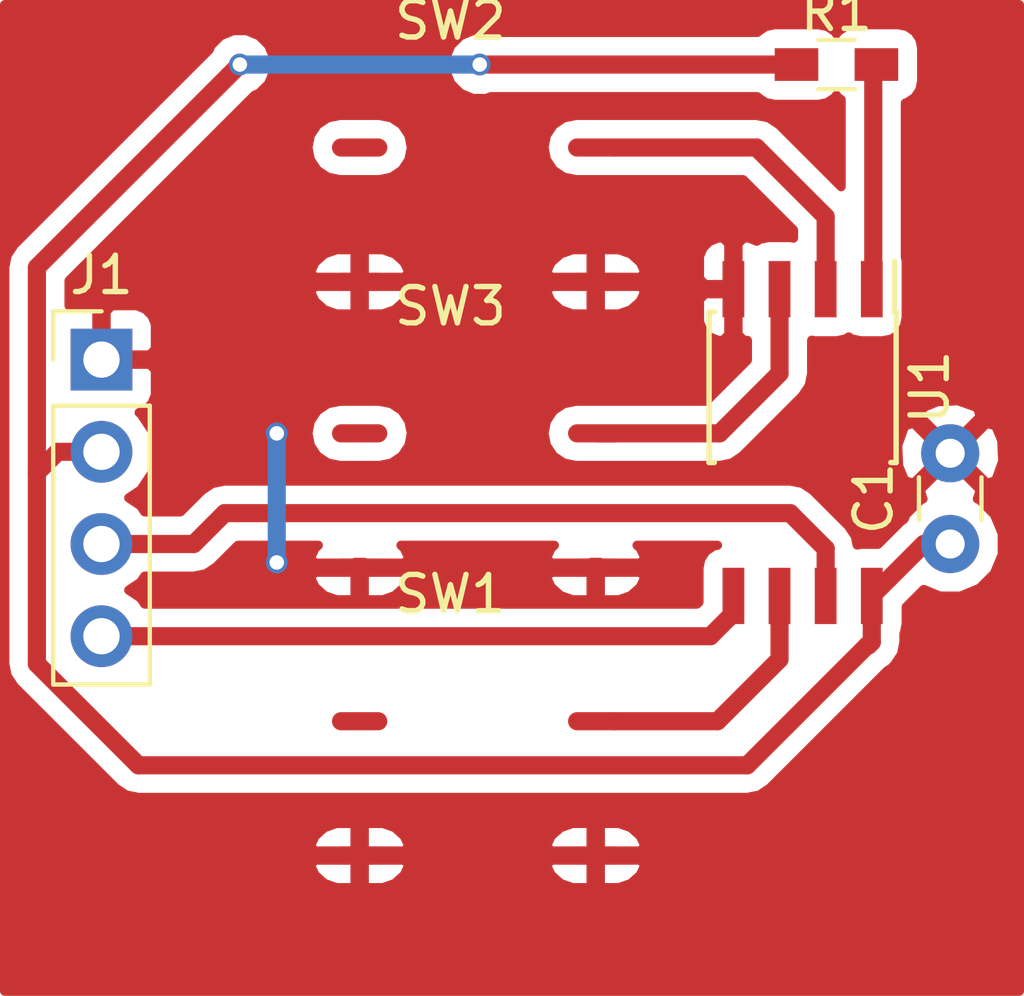
<source format=kicad_pcb>
(kicad_pcb (version 20170123) (host pcbnew "(2017-07-28 revision 75cda5021)-makepkg")

  (general
    (thickness 1.6)
    (drawings 7)
    (tracks 42)
    (zones 0)
    (modules 7)
    (nets 9)
  )

  (page A4)
  (title_block
    (title "Game Counter")
    (company "Mark van Renswoude")
  )

  (layers
    (0 F.Cu signal)
    (31 B.Cu signal)
    (32 B.Adhes user hide)
    (33 F.Adhes user hide)
    (34 B.Paste user hide)
    (35 F.Paste user hide)
    (36 B.SilkS user hide)
    (37 F.SilkS user hide)
    (38 B.Mask user hide)
    (39 F.Mask user hide)
    (40 Dwgs.User user hide)
    (41 Cmts.User user hide)
    (42 Eco1.User user hide)
    (43 Eco2.User user hide)
    (44 Edge.Cuts user hide)
    (45 Margin user hide)
    (46 B.CrtYd user hide)
    (47 F.CrtYd user hide)
    (48 B.Fab user hide)
    (49 F.Fab user hide)
  )

  (setup
    (last_trace_width 0.5)
    (trace_clearance 0)
    (zone_clearance 0.508)
    (zone_45_only no)
    (trace_min 0.2)
    (segment_width 0.2)
    (edge_width 0.2)
    (via_size 0.6)
    (via_drill 0.4)
    (via_min_size 0.4)
    (via_min_drill 0.3)
    (uvia_size 0.3)
    (uvia_drill 0.1)
    (uvias_allowed no)
    (uvia_min_size 0.2)
    (uvia_min_drill 0.1)
    (pcb_text_width 0.3)
    (pcb_text_size 1.5 1.5)
    (mod_edge_width 0.15)
    (mod_text_size 1 1)
    (mod_text_width 0.15)
    (pad_size 1.524 0.5)
    (pad_drill 0)
    (pad_to_mask_clearance 0.2)
    (aux_axis_origin 0 0)
    (visible_elements 7FFFFFFF)
    (pcbplotparams
      (layerselection 0x00080_7ffffffe)
      (usegerberextensions false)
      (excludeedgelayer true)
      (linewidth 0.100000)
      (plotframeref false)
      (viasonmask false)
      (mode 1)
      (useauxorigin false)
      (hpglpennumber 1)
      (hpglpenspeed 20)
      (hpglpendiameter 15)
      (psnegative false)
      (psa4output false)
      (plotreference true)
      (plotvalue true)
      (plotinvisibletext false)
      (padsonsilk false)
      (subtractmaskfromsilk false)
      (outputformat 4)
      (mirror false)
      (drillshape 1)
      (scaleselection 1)
      (outputdirectory ./export/))
  )

  (net 0 "")
  (net 1 GND)
  (net 2 +BATT)
  (net 3 "Net-(J1-Pad4)")
  (net 4 "Net-(J1-Pad3)")
  (net 5 "Net-(R1-Pad2)")
  (net 6 "Net-(SW1-Pad1)")
  (net 7 "Net-(SW2-Pad1)")
  (net 8 "Net-(SW3-Pad1)")

  (net_class Default "This is the default net class."
    (clearance 0)
    (trace_width 0.5)
    (via_dia 0.6)
    (via_drill 0.4)
    (uvia_dia 0.3)
    (uvia_drill 0.1)
    (add_net +BATT)
    (add_net GND)
    (add_net "Net-(J1-Pad3)")
    (add_net "Net-(J1-Pad4)")
    (add_net "Net-(R1-Pad2)")
    (add_net "Net-(SW1-Pad1)")
    (add_net "Net-(SW2-Pad1)")
    (add_net "Net-(SW3-Pad1)")
  )

  (module Resistors_SMD:R_0603_HandSoldering (layer F.Cu) (tedit 58E0A804) (tstamp 5980814D)
    (at 62.146 24.384)
    (descr "Resistor SMD 0603, hand soldering")
    (tags "resistor 0603")
    (path /597F3D75)
    (attr smd)
    (fp_text reference R1 (at 0 -1.45) (layer F.SilkS)
      (effects (font (size 1 1) (thickness 0.15)))
    )
    (fp_text value 10k (at 0 1.55) (layer F.Fab)
      (effects (font (size 1 1) (thickness 0.15)))
    )
    (fp_line (start 1.95 0.7) (end -1.96 0.7) (layer F.CrtYd) (width 0.05))
    (fp_line (start 1.95 0.7) (end 1.95 -0.7) (layer F.CrtYd) (width 0.05))
    (fp_line (start -1.96 -0.7) (end -1.96 0.7) (layer F.CrtYd) (width 0.05))
    (fp_line (start -1.96 -0.7) (end 1.95 -0.7) (layer F.CrtYd) (width 0.05))
    (fp_line (start -0.5 -0.68) (end 0.5 -0.68) (layer F.SilkS) (width 0.12))
    (fp_line (start 0.5 0.68) (end -0.5 0.68) (layer F.SilkS) (width 0.12))
    (fp_line (start -0.8 -0.4) (end 0.8 -0.4) (layer F.Fab) (width 0.1))
    (fp_line (start 0.8 -0.4) (end 0.8 0.4) (layer F.Fab) (width 0.1))
    (fp_line (start 0.8 0.4) (end -0.8 0.4) (layer F.Fab) (width 0.1))
    (fp_line (start -0.8 0.4) (end -0.8 -0.4) (layer F.Fab) (width 0.1))
    (fp_text user %R (at 0 0) (layer F.Fab)
      (effects (font (size 0.4 0.4) (thickness 0.075)))
    )
    (pad 2 smd rect (at 1.1 0) (size 1.2 0.9) (layers F.Cu F.Paste F.Mask)
      (net 5 "Net-(R1-Pad2)"))
    (pad 1 smd rect (at -1.1 0) (size 1.2 0.9) (layers F.Cu F.Paste F.Mask)
      (net 2 +BATT))
    (model ${KISYS3DMOD}/Resistors_SMD.3dshapes/R_0603.wrl
      (at (xyz 0 0 0))
      (scale (xyz 1 1 1))
      (rotate (xyz 0 0 0))
    )
  )

  (module Capacitors_ThroughHole:C_Disc_D3.0mm_W1.6mm_P2.50mm (layer F.Cu) (tedit 597BC7C2) (tstamp 59808124)
    (at 65.278 37.592 90)
    (descr "C, Disc series, Radial, pin pitch=2.50mm, , diameter*width=3.0*1.6mm^2, Capacitor, http://www.vishay.com/docs/45233/krseries.pdf")
    (tags "C Disc series Radial pin pitch 2.50mm  diameter 3.0mm width 1.6mm Capacitor")
    (path /597F4561)
    (fp_text reference C1 (at 1.25 -2.11 90) (layer F.SilkS)
      (effects (font (size 1 1) (thickness 0.15)))
    )
    (fp_text value C (at 1.25 2.11 90) (layer F.Fab)
      (effects (font (size 1 1) (thickness 0.15)))
    )
    (fp_text user %R (at 1.25 0 90) (layer F.Fab)
      (effects (font (size 1 1) (thickness 0.15)))
    )
    (fp_line (start 3.55 -1.15) (end -1.05 -1.15) (layer F.CrtYd) (width 0.05))
    (fp_line (start 3.55 1.15) (end 3.55 -1.15) (layer F.CrtYd) (width 0.05))
    (fp_line (start -1.05 1.15) (end 3.55 1.15) (layer F.CrtYd) (width 0.05))
    (fp_line (start -1.05 -1.15) (end -1.05 1.15) (layer F.CrtYd) (width 0.05))
    (fp_line (start 0.663 0.861) (end 1.837 0.861) (layer F.SilkS) (width 0.12))
    (fp_line (start 0.663 -0.861) (end 1.837 -0.861) (layer F.SilkS) (width 0.12))
    (fp_line (start 2.75 -0.8) (end -0.25 -0.8) (layer F.Fab) (width 0.1))
    (fp_line (start 2.75 0.8) (end 2.75 -0.8) (layer F.Fab) (width 0.1))
    (fp_line (start -0.25 0.8) (end 2.75 0.8) (layer F.Fab) (width 0.1))
    (fp_line (start -0.25 -0.8) (end -0.25 0.8) (layer F.Fab) (width 0.1))
    (pad 2 thru_hole circle (at 2.5 0 90) (size 1.6 1.6) (drill 0.8) (layers *.Cu *.Mask)
      (net 1 GND))
    (pad 1 thru_hole circle (at 0 0 90) (size 1.6 1.6) (drill 0.8) (layers *.Cu *.Mask)
      (net 2 +BATT))
    (model ${KISYS3DMOD}/Capacitors_THT.3dshapes/C_Disc_D3.0mm_W1.6mm_P2.50mm.wrl
      (at (xyz 0 0 0))
      (scale (xyz 1 1 1))
      (rotate (xyz 0 0 0))
    )
  )

  (module Pin_Headers:Pin_Header_Straight_1x04_Pitch2.54mm (layer F.Cu) (tedit 59650532) (tstamp 5980813C)
    (at 41.91 32.512)
    (descr "Through hole straight pin header, 1x04, 2.54mm pitch, single row")
    (tags "Through hole pin header THT 1x04 2.54mm single row")
    (path /597F2CA0)
    (fp_text reference J1 (at 0 -2.33) (layer F.SilkS)
      (effects (font (size 1 1) (thickness 0.15)))
    )
    (fp_text value "SSD1306 I2C" (at 0 9.95) (layer F.Fab)
      (effects (font (size 1 1) (thickness 0.15)))
    )
    (fp_text user %R (at 0 3.81 90) (layer F.Fab)
      (effects (font (size 1 1) (thickness 0.15)))
    )
    (fp_line (start 1.8 -1.8) (end -1.8 -1.8) (layer F.CrtYd) (width 0.05))
    (fp_line (start 1.8 9.4) (end 1.8 -1.8) (layer F.CrtYd) (width 0.05))
    (fp_line (start -1.8 9.4) (end 1.8 9.4) (layer F.CrtYd) (width 0.05))
    (fp_line (start -1.8 -1.8) (end -1.8 9.4) (layer F.CrtYd) (width 0.05))
    (fp_line (start -1.33 -1.33) (end 0 -1.33) (layer F.SilkS) (width 0.12))
    (fp_line (start -1.33 0) (end -1.33 -1.33) (layer F.SilkS) (width 0.12))
    (fp_line (start -1.33 1.27) (end 1.33 1.27) (layer F.SilkS) (width 0.12))
    (fp_line (start 1.33 1.27) (end 1.33 8.95) (layer F.SilkS) (width 0.12))
    (fp_line (start -1.33 1.27) (end -1.33 8.95) (layer F.SilkS) (width 0.12))
    (fp_line (start -1.33 8.95) (end 1.33 8.95) (layer F.SilkS) (width 0.12))
    (fp_line (start -1.27 -0.635) (end -0.635 -1.27) (layer F.Fab) (width 0.1))
    (fp_line (start -1.27 8.89) (end -1.27 -0.635) (layer F.Fab) (width 0.1))
    (fp_line (start 1.27 8.89) (end -1.27 8.89) (layer F.Fab) (width 0.1))
    (fp_line (start 1.27 -1.27) (end 1.27 8.89) (layer F.Fab) (width 0.1))
    (fp_line (start -0.635 -1.27) (end 1.27 -1.27) (layer F.Fab) (width 0.1))
    (pad 4 thru_hole oval (at 0 7.62) (size 1.7 1.7) (drill 1) (layers *.Cu *.Mask)
      (net 3 "Net-(J1-Pad4)"))
    (pad 3 thru_hole oval (at 0 5.08) (size 1.7 1.7) (drill 1) (layers *.Cu *.Mask)
      (net 4 "Net-(J1-Pad3)"))
    (pad 2 thru_hole oval (at 0 2.54) (size 1.7 1.7) (drill 1) (layers *.Cu *.Mask)
      (net 2 +BATT))
    (pad 1 thru_hole rect (at 0 0) (size 1.7 1.7) (drill 1) (layers *.Cu *.Mask)
      (net 1 GND))
    (model ${KISYS3DMOD}/Pin_Headers.3dshapes/Pin_Header_Straight_1x04_Pitch2.54mm.wrl
      (at (xyz 0 0 0))
      (scale (xyz 1 1 1))
      (rotate (xyz 0 0 0))
    )
  )

  (module ATTiny85_HandSoldering:SOIC-8_3.9x4.9mm_Pitch1.27mm (layer F.Cu) (tedit 597F6E61) (tstamp 59817D06)
    (at 61.214 33.272 270)
    (descr "8-Lead Plastic Small Outline (SN) - Narrow, 3.90 mm Body [SOIC] (see Microchip Packaging Specification 00000049BS.pdf)")
    (tags "SOIC 1.27")
    (path /597F285D)
    (attr smd)
    (fp_text reference U1 (at 0 -3.5 270) (layer F.SilkS)
      (effects (font (size 1 1) (thickness 0.15)))
    )
    (fp_text value ATTINY85-20SU (at 0 3.5 270) (layer F.Fab)
      (effects (font (size 1 1) (thickness 0.15)))
    )
    (fp_line (start -2.075 -2.525) (end -3.475 -2.525) (layer F.SilkS) (width 0.15))
    (fp_line (start -2.075 2.575) (end 2.075 2.575) (layer F.SilkS) (width 0.15))
    (fp_line (start -2.075 -2.575) (end 2.075 -2.575) (layer F.SilkS) (width 0.15))
    (fp_line (start -2.075 2.575) (end -2.075 2.43) (layer F.SilkS) (width 0.15))
    (fp_line (start 2.075 2.575) (end 2.075 2.43) (layer F.SilkS) (width 0.15))
    (fp_line (start 2.075 -2.575) (end 2.075 -2.43) (layer F.SilkS) (width 0.15))
    (fp_line (start -2.075 -2.575) (end -2.075 -2.525) (layer F.SilkS) (width 0.15))
    (fp_line (start -3.73 2.7) (end 3.73 2.7) (layer F.CrtYd) (width 0.05))
    (fp_line (start -3.73 -2.7) (end 3.73 -2.7) (layer F.CrtYd) (width 0.05))
    (fp_line (start 3.73 -2.7) (end 3.73 2.7) (layer F.CrtYd) (width 0.05))
    (fp_line (start -3.73 -2.7) (end -3.73 2.7) (layer F.CrtYd) (width 0.05))
    (fp_line (start -1.95 -1.45) (end -0.95 -2.45) (layer F.Fab) (width 0.1))
    (fp_line (start -1.95 2.45) (end -1.95 -1.45) (layer F.Fab) (width 0.1))
    (fp_line (start 1.95 2.45) (end -1.95 2.45) (layer F.Fab) (width 0.1))
    (fp_line (start 1.95 -2.45) (end 1.95 2.45) (layer F.Fab) (width 0.1))
    (fp_line (start -0.95 -2.45) (end 1.95 -2.45) (layer F.Fab) (width 0.1))
    (fp_text user %R (at 0 0 270) (layer F.Fab)
      (effects (font (size 1 1) (thickness 0.15)))
    )
    (pad 8 smd rect (at 5.75 -1.905 270) (size 1.55 0.6) (layers F.Cu F.Paste F.Mask)
      (net 2 +BATT))
    (pad 7 smd rect (at 5.75 -0.635 270) (size 1.55 0.6) (layers F.Cu F.Paste F.Mask)
      (net 4 "Net-(J1-Pad3)"))
    (pad 6 smd rect (at 5.75 0.635 270) (size 1.55 0.6) (layers F.Cu F.Paste F.Mask)
      (net 6 "Net-(SW1-Pad1)"))
    (pad 5 smd rect (at 5.75 1.905 270) (size 1.55 0.6) (layers F.Cu F.Paste F.Mask)
      (net 3 "Net-(J1-Pad4)"))
    (pad 4 smd rect (at -2.7 1.905 270) (size 1.55 0.6) (layers F.Cu F.Paste F.Mask)
      (net 1 GND))
    (pad 3 smd rect (at -2.7 0.635 270) (size 1.55 0.6) (layers F.Cu F.Paste F.Mask)
      (net 8 "Net-(SW3-Pad1)"))
    (pad 2 smd rect (at -2.7 -0.635 270) (size 1.55 0.6) (layers F.Cu F.Paste F.Mask)
      (net 7 "Net-(SW2-Pad1)"))
    (pad 1 smd rect (at -2.7 -1.905 270) (size 1.55 0.6) (layers F.Cu F.Paste F.Mask)
      (net 5 "Net-(R1-Pad2)"))
    (model ${KISYS3DMOD}/Housings_SOIC.3dshapes/SOIC-8_3.9x4.9mm_Pitch1.27mm.wrl
      (at (xyz 0 0 0))
      (scale (xyz 1 1 1))
      (rotate (xyz 0 0 0))
    )
  )

  (module Switch_SMD_5x5mm:Switch_SMD_5x5mm (layer F.Cu) (tedit 597F70C9) (tstamp 5981AF9A)
    (at 51.518 39.474 180)
    (path /597F567B)
    (fp_text reference SW1 (at 0 0.5 180) (layer F.SilkS)
      (effects (font (size 1 1) (thickness 0.15)))
    )
    (fp_text value SW_Push (at 0 -0.5 180) (layer F.Fab)
      (effects (font (size 1 1) (thickness 0.15)))
    )
    (pad 1 smd oval (at -4 -3 180) (size 1.524 0.5) (layers F.Cu F.Paste F.Mask)
      (net 6 "Net-(SW1-Pad1)"))
    (pad 1 smd oval (at 2.5 -3 180) (size 1.524 0.5) (layers F.Cu F.Paste F.Mask)
      (net 6 "Net-(SW1-Pad1)"))
    (pad 2 smd oval (at -4 -6.7 180) (size 1.524 0.5) (layers F.Cu F.Paste F.Mask)
      (net 1 GND))
    (pad 2 smd oval (at 2.5 -6.7 180) (size 1.524 0.5) (layers F.Cu F.Paste F.Mask)
      (net 1 GND))
  )

  (module Switch_SMD_5x5mm:Switch_SMD_5x5mm (layer F.Cu) (tedit 597F70C9) (tstamp 5981AFA2)
    (at 51.518 23.67 180)
    (path /597F574D)
    (fp_text reference SW2 (at 0 0.5 180) (layer F.SilkS)
      (effects (font (size 1 1) (thickness 0.15)))
    )
    (fp_text value SW_Push (at 0 -0.5 180) (layer F.Fab)
      (effects (font (size 1 1) (thickness 0.15)))
    )
    (pad 2 smd oval (at 2.5 -6.7 180) (size 1.524 0.5) (layers F.Cu F.Paste F.Mask)
      (net 1 GND))
    (pad 2 smd oval (at -4 -6.7 180) (size 1.524 0.5) (layers F.Cu F.Paste F.Mask)
      (net 1 GND))
    (pad 1 smd oval (at 2.5 -3 180) (size 1.524 0.5) (layers F.Cu F.Paste F.Mask)
      (net 7 "Net-(SW2-Pad1)"))
    (pad 1 smd oval (at -4 -3 180) (size 1.524 0.5) (layers F.Cu F.Paste F.Mask)
      (net 7 "Net-(SW2-Pad1)"))
  )

  (module Switch_SMD_5x5mm:Switch_SMD_5x5mm (layer F.Cu) (tedit 597F70C9) (tstamp 5981AFAA)
    (at 51.518 31.544 180)
    (path /597F5781)
    (fp_text reference SW3 (at 0 0.5 180) (layer F.SilkS)
      (effects (font (size 1 1) (thickness 0.15)))
    )
    (fp_text value SW_Push (at 0 -0.5 180) (layer F.Fab)
      (effects (font (size 1 1) (thickness 0.15)))
    )
    (pad 1 smd oval (at -4 -3 180) (size 1.524 0.5) (layers F.Cu F.Paste F.Mask)
      (net 8 "Net-(SW3-Pad1)"))
    (pad 1 smd oval (at 2.5 -3 180) (size 1.524 0.5) (layers F.Cu F.Paste F.Mask)
      (net 8 "Net-(SW3-Pad1)"))
    (pad 2 smd oval (at -4 -6.7 180) (size 1.524 0.5) (layers F.Cu F.Paste F.Mask)
      (net 1 GND))
    (pad 2 smd oval (at 2.5 -6.7 180) (size 1.524 0.5) (layers F.Cu F.Paste F.Mask)
      (net 1 GND))
  )

  (gr_line (start 39.116 36.322) (end 66.548 36.322) (layer Eco1.User) (width 0.2))
  (gr_line (start 39.116 22.606) (end 66.548 50.038) (layer Eco1.User) (width 0.2))
  (gr_line (start 39.116 50.038) (end 66.548 22.606) (layer Eco1.User) (width 0.2))
  (gr_line (start 39.116 50.038) (end 39.116 22.606) (layer Dwgs.User) (width 0.2))
  (gr_line (start 66.548 50.038) (end 39.116 50.038) (layer Dwgs.User) (width 0.2))
  (gr_line (start 66.548 22.606) (end 66.548 50.038) (layer Dwgs.User) (width 0.2))
  (gr_line (start 39.116 22.606) (end 66.548 22.606) (layer Dwgs.User) (width 0.2))

  (segment (start 46.736 34.544) (end 46.736 38.1) (width 0.5) (layer B.Cu) (net 1))
  (via (at 46.736 34.544) (size 0.6) (drill 0.4) (layers F.Cu B.Cu) (net 1))
  (via (at 46.736 38.1) (size 0.6) (drill 0.4) (layers F.Cu B.Cu) (net 1))
  (segment (start 45.420001 24.683999) (end 45.72 24.384) (width 0.5) (layer F.Cu) (net 2))
  (segment (start 40.132 29.972) (end 45.420001 24.683999) (width 0.5) (layer F.Cu) (net 2))
  (segment (start 40.132 35.627919) (end 40.132 29.972) (width 0.5) (layer F.Cu) (net 2))
  (segment (start 52.324 24.384) (end 45.72 24.384) (width 0.5) (layer B.Cu) (net 2))
  (via (at 45.72 24.384) (size 0.6) (drill 0.4) (layers F.Cu B.Cu) (net 2))
  (segment (start 52.324 24.384) (end 60.96 24.384) (width 0.5) (layer F.Cu) (net 2))
  (via (at 52.324 24.384) (size 0.6) (drill 0.4) (layers F.Cu B.Cu) (net 2))
  (segment (start 41.91 35.052) (end 40.707919 35.052) (width 0.5) (layer F.Cu) (net 2))
  (segment (start 40.707919 35.052) (end 40.132 35.627919) (width 0.5) (layer F.Cu) (net 2))
  (segment (start 62.992 40.386) (end 63.03 40.386) (width 0.5) (layer F.Cu) (net 2))
  (segment (start 40.132 35.627919) (end 40.132 40.894) (width 0.5) (layer F.Cu) (net 2))
  (segment (start 40.132 40.894) (end 42.926 43.688) (width 0.5) (layer F.Cu) (net 2))
  (segment (start 42.926 43.688) (end 59.69 43.688) (width 0.5) (layer F.Cu) (net 2))
  (segment (start 63.119 40.297) (end 63.119 39.022) (width 0.5) (layer F.Cu) (net 2))
  (segment (start 59.69 43.688) (end 62.992 40.386) (width 0.5) (layer F.Cu) (net 2))
  (segment (start 63.03 40.386) (end 63.119 40.297) (width 0.5) (layer F.Cu) (net 2))
  (segment (start 65.278 37.592) (end 64.549 37.592) (width 0.5) (layer F.Cu) (net 2))
  (segment (start 64.549 37.592) (end 63.119 39.022) (width 0.5) (layer F.Cu) (net 2))
  (segment (start 58.674 40.132) (end 41.91 40.132) (width 0.5) (layer F.Cu) (net 3))
  (segment (start 59.309 39.022) (end 59.309 39.497) (width 0.5) (layer F.Cu) (net 3))
  (segment (start 59.309 39.497) (end 58.674 40.132) (width 0.5) (layer F.Cu) (net 3))
  (segment (start 61.849 39.022) (end 61.849 37.719) (width 0.5) (layer F.Cu) (net 4))
  (segment (start 61.849 37.719) (end 60.872001 36.742001) (width 0.5) (layer F.Cu) (net 4))
  (segment (start 60.872001 36.742001) (end 45.299999 36.742001) (width 0.5) (layer F.Cu) (net 4))
  (segment (start 45.299999 36.742001) (end 44.45 37.592) (width 0.5) (layer F.Cu) (net 4))
  (segment (start 44.45 37.592) (end 41.91 37.592) (width 0.5) (layer F.Cu) (net 4))
  (segment (start 63.246 24.384) (end 63.16 24.47) (width 0.5) (layer F.Cu) (net 5))
  (segment (start 63.16 24.47) (end 63.16 30.531) (width 0.5) (layer F.Cu) (net 5))
  (segment (start 63.16 30.531) (end 63.119 30.572) (width 0.5) (layer F.Cu) (net 5))
  (segment (start 58.872 42.474) (end 60.579 40.767) (width 0.5) (layer F.Cu) (net 6))
  (segment (start 60.579 40.767) (end 60.579 39.022) (width 0.5) (layer F.Cu) (net 6))
  (segment (start 56.03 42.474) (end 58.872 42.474) (width 0.5) (layer F.Cu) (net 6))
  (segment (start 59.944 26.67) (end 61.849 28.575) (width 0.5) (layer F.Cu) (net 7))
  (segment (start 61.849 28.575) (end 61.849 30.572) (width 0.5) (layer F.Cu) (net 7))
  (segment (start 56.03 26.67) (end 59.944 26.67) (width 0.5) (layer F.Cu) (net 7))
  (segment (start 60.579 32.893) (end 58.928 34.544) (width 0.5) (layer F.Cu) (net 8))
  (segment (start 58.928 34.544) (end 56.03 34.544) (width 0.5) (layer F.Cu) (net 8))
  (segment (start 60.579 30.572) (end 60.579 32.893) (width 0.5) (layer F.Cu) (net 8))
  (segment (start 56.03 34.544) (end 55.518 34.544) (width 0.5) (layer F.Cu) (net 8))

  (zone (net 1) (net_name GND) (layer F.Cu) (tstamp 0) (hatch edge 0.508)
    (connect_pads (clearance 0.508))
    (min_thickness 0.254)
    (fill yes (arc_segments 16) (thermal_gap 0.508) (thermal_bridge_width 0.508))
    (polygon
      (pts
        (xy 39.116 22.606) (xy 67.31 22.606) (xy 67.31 50.038) (xy 39.116 50.038)
      )
    )
    (filled_polygon
      (pts
        (xy 67.183 49.911) (xy 39.243 49.911) (xy 39.243 46.434518) (xy 47.660213 46.434518) (xy 47.790407 46.709987)
        (xy 48.049992 46.943033) (xy 48.379 47.059) (xy 48.891 47.059) (xy 48.891 46.299) (xy 49.145 46.299)
        (xy 49.145 47.059) (xy 49.657 47.059) (xy 49.986008 46.943033) (xy 50.245593 46.709987) (xy 50.375787 46.434518)
        (xy 54.160213 46.434518) (xy 54.290407 46.709987) (xy 54.549992 46.943033) (xy 54.879 47.059) (xy 55.391 47.059)
        (xy 55.391 46.299) (xy 55.645 46.299) (xy 55.645 47.059) (xy 56.157 47.059) (xy 56.486008 46.943033)
        (xy 56.745593 46.709987) (xy 56.875787 46.434518) (xy 56.745412 46.299) (xy 55.645 46.299) (xy 55.391 46.299)
        (xy 54.290588 46.299) (xy 54.160213 46.434518) (xy 50.375787 46.434518) (xy 50.245412 46.299) (xy 49.145 46.299)
        (xy 48.891 46.299) (xy 47.790588 46.299) (xy 47.660213 46.434518) (xy 39.243 46.434518) (xy 39.243 45.913482)
        (xy 47.660213 45.913482) (xy 47.790588 46.049) (xy 48.891 46.049) (xy 48.891 45.289) (xy 49.145 45.289)
        (xy 49.145 46.049) (xy 50.245412 46.049) (xy 50.375787 45.913482) (xy 54.160213 45.913482) (xy 54.290588 46.049)
        (xy 55.391 46.049) (xy 55.391 45.289) (xy 55.645 45.289) (xy 55.645 46.049) (xy 56.745412 46.049)
        (xy 56.875787 45.913482) (xy 56.745593 45.638013) (xy 56.486008 45.404967) (xy 56.157 45.289) (xy 55.645 45.289)
        (xy 55.391 45.289) (xy 54.879 45.289) (xy 54.549992 45.404967) (xy 54.290407 45.638013) (xy 54.160213 45.913482)
        (xy 50.375787 45.913482) (xy 50.245593 45.638013) (xy 49.986008 45.404967) (xy 49.657 45.289) (xy 49.145 45.289)
        (xy 48.891 45.289) (xy 48.379 45.289) (xy 48.049992 45.404967) (xy 47.790407 45.638013) (xy 47.660213 45.913482)
        (xy 39.243 45.913482) (xy 39.243 29.972) (xy 39.246999 29.972) (xy 39.247 29.972005) (xy 39.247 35.627914)
        (xy 39.246999 35.627919) (xy 39.247 35.627924) (xy 39.247 40.893995) (xy 39.246999 40.894) (xy 39.289105 41.105674)
        (xy 39.314367 41.232675) (xy 39.421351 41.392789) (xy 39.50621 41.51979) (xy 42.300208 44.313787) (xy 42.30021 44.31379)
        (xy 42.587325 44.505633) (xy 42.643516 44.51681) (xy 42.926 44.573001) (xy 42.926005 44.573) (xy 59.689995 44.573)
        (xy 59.69 44.573001) (xy 59.972484 44.51681) (xy 60.028675 44.505633) (xy 60.31579 44.31379) (xy 63.541269 41.08831)
        (xy 63.65579 41.01179) (xy 63.744787 40.922792) (xy 63.74479 40.92279) (xy 63.936633 40.635675) (xy 63.94781 40.579484)
        (xy 64.004001 40.297) (xy 64.004 40.296995) (xy 64.004 40.064456) (xy 64.017157 40.044765) (xy 64.06644 39.797)
        (xy 64.06644 39.32614) (xy 64.549348 38.843232) (xy 64.991309 39.02675) (xy 65.562187 39.027248) (xy 66.0898 38.809243)
        (xy 66.493824 38.405923) (xy 66.71275 37.878691) (xy 66.713248 37.307813) (xy 66.495243 36.7802) (xy 66.091923 36.376176)
        (xy 66.025456 36.348577) (xy 66.032005 36.345864) (xy 66.106139 36.099745) (xy 65.278 35.271605) (xy 64.449861 36.099745)
        (xy 64.523995 36.345864) (xy 64.530483 36.348196) (xy 64.4662 36.374757) (xy 64.062176 36.778077) (xy 64.007421 36.909943)
        (xy 63.92321 36.96621) (xy 63.923208 36.966213) (xy 63.289861 37.59956) (xy 62.819 37.59956) (xy 62.714382 37.62037)
        (xy 62.666633 37.380325) (xy 62.581775 37.253326) (xy 62.47479 37.09321) (xy 62.474787 37.093208) (xy 61.497791 36.116211)
        (xy 61.473148 36.099745) (xy 61.210676 35.924368) (xy 61.154485 35.913191) (xy 60.872001 35.857) (xy 60.871996 35.857001)
        (xy 45.300004 35.857001) (xy 45.299999 35.857) (xy 44.961324 35.924368) (xy 44.674209 36.116211) (xy 44.674207 36.116214)
        (xy 44.08342 36.707) (xy 43.099432 36.707) (xy 42.989147 36.541946) (xy 42.659974 36.322) (xy 42.989147 36.102054)
        (xy 43.311054 35.620285) (xy 43.424093 35.052) (xy 43.323046 34.544) (xy 47.593631 34.544) (xy 47.660998 34.882675)
        (xy 47.852841 35.16979) (xy 48.139956 35.361633) (xy 48.478631 35.429) (xy 49.557369 35.429) (xy 49.896044 35.361633)
        (xy 50.183159 35.16979) (xy 50.375002 34.882675) (xy 50.442369 34.544) (xy 50.375002 34.205325) (xy 50.183159 33.91821)
        (xy 49.896044 33.726367) (xy 49.557369 33.659) (xy 48.478631 33.659) (xy 48.139956 33.726367) (xy 47.852841 33.91821)
        (xy 47.660998 34.205325) (xy 47.593631 34.544) (xy 43.323046 34.544) (xy 43.311054 34.483715) (xy 42.989147 34.001946)
        (xy 42.945223 33.972597) (xy 43.119698 33.900327) (xy 43.298327 33.721699) (xy 43.395 33.48831) (xy 43.395 32.79775)
        (xy 43.23625 32.639) (xy 42.037 32.639) (xy 42.037 32.659) (xy 41.783 32.659) (xy 41.783 32.639)
        (xy 41.763 32.639) (xy 41.763 32.385) (xy 41.783 32.385) (xy 41.783 31.18575) (xy 42.037 31.18575)
        (xy 42.037 32.385) (xy 43.23625 32.385) (xy 43.395 32.22625) (xy 43.395 31.53569) (xy 43.298327 31.302301)
        (xy 43.119698 31.123673) (xy 42.886309 31.027) (xy 42.19575 31.027) (xy 42.037 31.18575) (xy 41.783 31.18575)
        (xy 41.62425 31.027) (xy 41.017 31.027) (xy 41.017 30.630518) (xy 47.660213 30.630518) (xy 47.790407 30.905987)
        (xy 48.049992 31.139033) (xy 48.379 31.255) (xy 48.891 31.255) (xy 48.891 30.495) (xy 49.145 30.495)
        (xy 49.145 31.255) (xy 49.657 31.255) (xy 49.986008 31.139033) (xy 50.245593 30.905987) (xy 50.375787 30.630518)
        (xy 54.160213 30.630518) (xy 54.290407 30.905987) (xy 54.549992 31.139033) (xy 54.879 31.255) (xy 55.391 31.255)
        (xy 55.391 30.495) (xy 55.645 30.495) (xy 55.645 31.255) (xy 56.157 31.255) (xy 56.486008 31.139033)
        (xy 56.745593 30.905987) (xy 56.768391 30.85775) (xy 58.374 30.85775) (xy 58.374 31.473309) (xy 58.470673 31.706698)
        (xy 58.649301 31.885327) (xy 58.88269 31.982) (xy 59.02325 31.982) (xy 59.182 31.82325) (xy 59.182 30.699)
        (xy 58.53275 30.699) (xy 58.374 30.85775) (xy 56.768391 30.85775) (xy 56.875787 30.630518) (xy 56.745412 30.495)
        (xy 55.645 30.495) (xy 55.391 30.495) (xy 54.290588 30.495) (xy 54.160213 30.630518) (xy 50.375787 30.630518)
        (xy 50.245412 30.495) (xy 49.145 30.495) (xy 48.891 30.495) (xy 47.790588 30.495) (xy 47.660213 30.630518)
        (xy 41.017 30.630518) (xy 41.017 30.33858) (xy 41.246097 30.109482) (xy 47.660213 30.109482) (xy 47.790588 30.245)
        (xy 48.891 30.245) (xy 48.891 29.485) (xy 49.145 29.485) (xy 49.145 30.245) (xy 50.245412 30.245)
        (xy 50.375787 30.109482) (xy 54.160213 30.109482) (xy 54.290588 30.245) (xy 55.391 30.245) (xy 55.391 29.485)
        (xy 55.645 29.485) (xy 55.645 30.245) (xy 56.745412 30.245) (xy 56.875787 30.109482) (xy 56.745593 29.834013)
        (xy 56.563673 29.670691) (xy 58.374 29.670691) (xy 58.374 30.28625) (xy 58.53275 30.445) (xy 59.182 30.445)
        (xy 59.182 29.32075) (xy 59.02325 29.162) (xy 58.88269 29.162) (xy 58.649301 29.258673) (xy 58.470673 29.437302)
        (xy 58.374 29.670691) (xy 56.563673 29.670691) (xy 56.486008 29.600967) (xy 56.157 29.485) (xy 55.645 29.485)
        (xy 55.391 29.485) (xy 54.879 29.485) (xy 54.549992 29.600967) (xy 54.290407 29.834013) (xy 54.160213 30.109482)
        (xy 50.375787 30.109482) (xy 50.245593 29.834013) (xy 49.986008 29.600967) (xy 49.657 29.485) (xy 49.145 29.485)
        (xy 48.891 29.485) (xy 48.379 29.485) (xy 48.049992 29.600967) (xy 47.790407 29.834013) (xy 47.660213 30.109482)
        (xy 41.246097 30.109482) (xy 44.685579 26.67) (xy 47.593631 26.67) (xy 47.660998 27.008675) (xy 47.852841 27.29579)
        (xy 48.139956 27.487633) (xy 48.478631 27.555) (xy 49.557369 27.555) (xy 49.896044 27.487633) (xy 50.183159 27.29579)
        (xy 50.375002 27.008675) (xy 50.442369 26.67) (xy 50.375002 26.331325) (xy 50.183159 26.04421) (xy 49.896044 25.852367)
        (xy 49.557369 25.785) (xy 48.478631 25.785) (xy 48.139956 25.852367) (xy 47.852841 26.04421) (xy 47.660998 26.331325)
        (xy 47.593631 26.67) (xy 44.685579 26.67) (xy 46.045788 25.309791) (xy 46.045791 25.309789) (xy 46.128835 25.226744)
        (xy 46.248943 25.177117) (xy 46.512192 24.914327) (xy 46.654838 24.570799) (xy 46.654839 24.569167) (xy 51.388838 24.569167)
        (xy 51.530883 24.912943) (xy 51.793673 25.176192) (xy 52.137201 25.318838) (xy 52.509167 25.319162) (xy 52.630569 25.269)
        (xy 59.97295 25.269) (xy 59.988191 25.291809) (xy 60.198235 25.432157) (xy 60.446 25.48144) (xy 61.646 25.48144)
        (xy 61.893765 25.432157) (xy 62.103809 25.291809) (xy 62.146 25.228666) (xy 62.188191 25.291809) (xy 62.275 25.349813)
        (xy 62.275 27.749421) (xy 60.56979 26.04421) (xy 60.282675 25.852367) (xy 60.226484 25.84119) (xy 59.944 25.784999)
        (xy 59.943995 25.785) (xy 54.978631 25.785) (xy 54.639956 25.852367) (xy 54.352841 26.04421) (xy 54.160998 26.331325)
        (xy 54.093631 26.67) (xy 54.160998 27.008675) (xy 54.352841 27.29579) (xy 54.639956 27.487633) (xy 54.978631 27.555)
        (xy 59.57742 27.555) (xy 60.964 28.941579) (xy 60.964 29.166467) (xy 60.879 29.14956) (xy 60.279 29.14956)
        (xy 60.031235 29.198843) (xy 59.952028 29.251768) (xy 59.73531 29.162) (xy 59.59475 29.162) (xy 59.436 29.32075)
        (xy 59.436 30.445) (xy 59.456 30.445) (xy 59.456 30.699) (xy 59.436 30.699) (xy 59.436 31.82325)
        (xy 59.59475 31.982) (xy 59.694 31.982) (xy 59.694 32.526421) (xy 58.56142 33.659) (xy 54.978631 33.659)
        (xy 54.639956 33.726367) (xy 54.352841 33.91821) (xy 54.160998 34.205325) (xy 54.093631 34.544) (xy 54.160998 34.882675)
        (xy 54.352841 35.16979) (xy 54.639956 35.361633) (xy 54.978631 35.429) (xy 58.927995 35.429) (xy 58.928 35.429001)
        (xy 59.210484 35.37281) (xy 59.266675 35.361633) (xy 59.55379 35.16979) (xy 59.848356 34.875223) (xy 63.831035 34.875223)
        (xy 63.858222 35.445454) (xy 64.024136 35.846005) (xy 64.270255 35.920139) (xy 65.098395 35.092) (xy 65.457605 35.092)
        (xy 66.285745 35.920139) (xy 66.531864 35.846005) (xy 66.724965 35.308777) (xy 66.697778 34.738546) (xy 66.531864 34.337995)
        (xy 66.285745 34.263861) (xy 65.457605 35.092) (xy 65.098395 35.092) (xy 64.270255 34.263861) (xy 64.024136 34.337995)
        (xy 63.831035 34.875223) (xy 59.848356 34.875223) (xy 60.639324 34.084255) (xy 64.449861 34.084255) (xy 65.278 34.912395)
        (xy 66.106139 34.084255) (xy 66.032005 33.838136) (xy 65.494777 33.645035) (xy 64.924546 33.672222) (xy 64.523995 33.838136)
        (xy 64.449861 34.084255) (xy 60.639324 34.084255) (xy 61.204787 33.518792) (xy 61.20479 33.51879) (xy 61.396633 33.231675)
        (xy 61.396634 33.231674) (xy 61.464001 32.893) (xy 61.464 32.892995) (xy 61.464 31.977533) (xy 61.549 31.99444)
        (xy 62.149 31.99444) (xy 62.396765 31.945157) (xy 62.484 31.886868) (xy 62.571235 31.945157) (xy 62.819 31.99444)
        (xy 63.419 31.99444) (xy 63.666765 31.945157) (xy 63.876809 31.804809) (xy 64.017157 31.594765) (xy 64.06644 31.347)
        (xy 64.06644 29.797) (xy 64.045 29.689213) (xy 64.045 25.441857) (xy 64.093765 25.432157) (xy 64.303809 25.291809)
        (xy 64.444157 25.081765) (xy 64.49344 24.834) (xy 64.49344 23.934) (xy 64.444157 23.686235) (xy 64.303809 23.476191)
        (xy 64.093765 23.335843) (xy 63.846 23.28656) (xy 62.646 23.28656) (xy 62.398235 23.335843) (xy 62.188191 23.476191)
        (xy 62.146 23.539334) (xy 62.103809 23.476191) (xy 61.893765 23.335843) (xy 61.646 23.28656) (xy 60.446 23.28656)
        (xy 60.198235 23.335843) (xy 59.988191 23.476191) (xy 59.97295 23.499) (xy 52.630822 23.499) (xy 52.510799 23.449162)
        (xy 52.138833 23.448838) (xy 51.795057 23.590883) (xy 51.531808 23.853673) (xy 51.389162 24.197201) (xy 51.388838 24.569167)
        (xy 46.654839 24.569167) (xy 46.655162 24.198833) (xy 46.513117 23.855057) (xy 46.250327 23.591808) (xy 45.906799 23.449162)
        (xy 45.534833 23.448838) (xy 45.191057 23.590883) (xy 44.927808 23.853673) (xy 44.877434 23.974986) (xy 44.794211 24.058209)
        (xy 44.794209 24.058212) (xy 39.50621 29.34621) (xy 39.314367 29.633325) (xy 39.314367 29.633326) (xy 39.246999 29.972)
        (xy 39.243 29.972) (xy 39.243 22.733) (xy 67.183 22.733)
      )
    )
    (filled_polygon
      (pts
        (xy 47.790407 37.708013) (xy 47.660213 37.983482) (xy 47.790588 38.119) (xy 48.891 38.119) (xy 48.891 38.097)
        (xy 49.145 38.097) (xy 49.145 38.119) (xy 50.245412 38.119) (xy 50.375787 37.983482) (xy 50.245593 37.708013)
        (xy 50.155355 37.627001) (xy 54.380645 37.627001) (xy 54.290407 37.708013) (xy 54.160213 37.983482) (xy 54.290588 38.119)
        (xy 55.391 38.119) (xy 55.391 38.097) (xy 55.645 38.097) (xy 55.645 38.119) (xy 56.745412 38.119)
        (xy 56.875787 37.983482) (xy 56.745593 37.708013) (xy 56.655355 37.627001) (xy 58.871043 37.627001) (xy 58.761235 37.648843)
        (xy 58.551191 37.789191) (xy 58.410843 37.999235) (xy 58.36156 38.247) (xy 58.36156 39.19286) (xy 58.30742 39.247)
        (xy 43.099432 39.247) (xy 42.989147 39.081946) (xy 42.659974 38.862) (xy 42.989147 38.642054) (xy 43.081045 38.504518)
        (xy 47.660213 38.504518) (xy 47.790407 38.779987) (xy 48.049992 39.013033) (xy 48.379 39.129) (xy 48.891 39.129)
        (xy 48.891 38.369) (xy 49.145 38.369) (xy 49.145 39.129) (xy 49.657 39.129) (xy 49.986008 39.013033)
        (xy 50.245593 38.779987) (xy 50.375787 38.504518) (xy 54.160213 38.504518) (xy 54.290407 38.779987) (xy 54.549992 39.013033)
        (xy 54.879 39.129) (xy 55.391 39.129) (xy 55.391 38.369) (xy 55.645 38.369) (xy 55.645 39.129)
        (xy 56.157 39.129) (xy 56.486008 39.013033) (xy 56.745593 38.779987) (xy 56.875787 38.504518) (xy 56.745412 38.369)
        (xy 55.645 38.369) (xy 55.391 38.369) (xy 54.290588 38.369) (xy 54.160213 38.504518) (xy 50.375787 38.504518)
        (xy 50.245412 38.369) (xy 49.145 38.369) (xy 48.891 38.369) (xy 47.790588 38.369) (xy 47.660213 38.504518)
        (xy 43.081045 38.504518) (xy 43.099432 38.477) (xy 44.449995 38.477) (xy 44.45 38.477001) (xy 44.732484 38.42081)
        (xy 44.788675 38.409633) (xy 45.07579 38.21779) (xy 45.666578 37.627001) (xy 47.880645 37.627001)
      )
    )
  )
)

</source>
